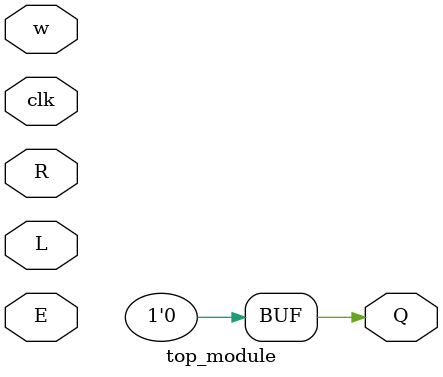
<source format=v>
module top_module (
    input clk,
    input w, R, E, L,
    output reg Q
);
    wire temp1;
    wire temp2;
    assign Q=0;
    
    assign temp1=E?w:Q;
    assign temp2=L?R:temp1;
       always@(posedge clk)begin
        Q=temp2;
    end

endmodule
</source>
